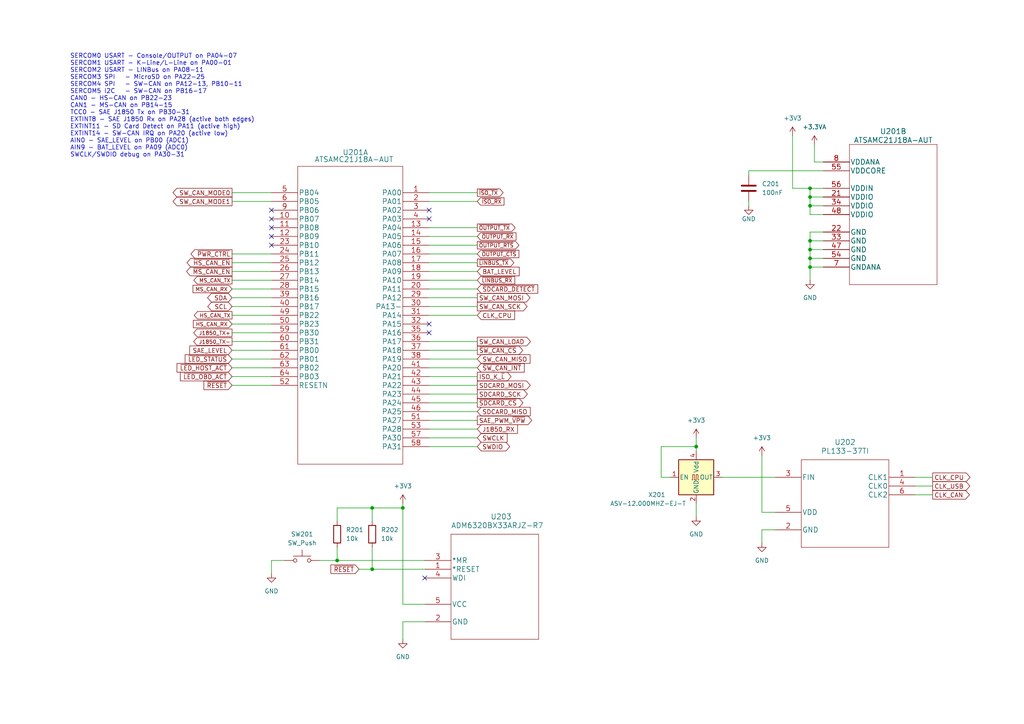
<source format=kicad_sch>
(kicad_sch (version 20211123) (generator eeschema)
  (paper "A4")
  (title_block (title "Vehicle CAN Collector") (date "2022-12-29") (rev "1") (company "Gavin Hurlbut"))
  (lib_symbols
    (symbol "Device:C" (pin_numbers hide) (pin_names (offset 0.254))
      (property "Reference" "C" (at 0.635 2.54 0))
      (property "Value" "C" (at 0.635 -2.54 0))
      (symbol "C_0_1"
        (polyline (pts (xy -2.032 -0.762) (xy 2.032 -0.762)) (stroke (width 0.508)))
        (polyline (pts (xy -2.032 0.762) (xy 2.032 0.762)) (stroke (width 0.508)))
      )
      (symbol "C_1_1"
        (pin passive line (at 0 3.81 270) (length 2.794) (name "~") (number "1"))
        (pin passive line (at 0 -3.81 90) (length 2.794) (name "~") (number "2"))
      )
    )
    (symbol "Device:R" (pin_numbers hide) (pin_names (offset 0))
      (property "Reference" "R" (at 2.032 0 90))
      (property "Value" "R" (at 0 0 90))
      (symbol "R_0_1"
        (rectangle (start -1.016 -2.54) (end 1.016 2.54) (stroke (width 0.254)))
      )
      (symbol "R_1_1"
        (pin passive line (at 0 3.81 270) (length 1.27) (name "~") (number "1"))
        (pin passive line (at 0 -3.81 90) (length 1.27) (name "~") (number "2"))
      )
    )
    (symbol "Oscillator:ASV-xxxMHz" (pin_names (offset 0.254))
      (property "Reference" "X" (at -5.08 6.35 0))
      (property "Value" "ASV-xxxMHz" (at 1.27 -6.35 0))
      (symbol "ASV-xxxMHz_0_1"
        (rectangle (start -5.08 5.08) (end 5.08 -5.08) (stroke (width 0.254)) (fill (type background)))
        (polyline (pts (xy -1.27 -0.762) (xy -1.016 -0.762) (xy -1.016 0.762) (xy -0.508 0.762) (xy -0.508 -0.762) (xy 0 -0.762) (xy 0 0.762) (xy 0.508 0.762) (xy 0.508 -0.762) (xy 0.762 -0.762)))
      )
      (symbol "ASV-xxxMHz_1_1"
        (pin input line (at -7.62 0 0) (length 2.54) (name "EN") (number "1"))
        (pin power_in line (at 0 -7.62 90) (length 2.54) (name "GND") (number "2"))
        (pin output line (at 7.62 0 180) (length 2.54) (name "OUT") (number "3"))
        (pin power_in line (at 0 7.62 270) (length 2.54) (name "Vdd") (number "4"))
      )
    )
    (symbol "Switch:SW_Push" (pin_numbers hide) (pin_names (offset 1.016) hide)
      (property "Reference" "SW" (at 1.27 2.54 0))
      (property "Value" "SW_Push" (at 0 -1.524 0))
      (symbol "SW_Push_0_1"
        (circle (center -2.032 0) (radius 0.508))
        (polyline (pts (xy 0 1.27) (xy 0 3.048)))
        (polyline (pts (xy 2.54 1.27) (xy -2.54 1.27)))
        (circle (center 2.032 0) (radius 0.508))
        (pin passive line (at -5.08 0 0) (length 2.54) (name "1") (number "1"))
        (pin passive line (at 5.08 0 180) (length 2.54) (name "2") (number "2"))
      )
    )
    (symbol "UltraLibrarian:ADM6320BX33ARJZ-R7" (pin_names (offset 0.254))
      (property "Reference" "U" (at 20.32 12.7 0))
      (property "Value" "ADM6320BX33ARJZ-R7" (at 20.32 10.16 0))
      (symbol "ADM6320BX33ARJZ-R7_1_1"
        (polyline (pts (xy 7.62 -22.86) (xy 33.02 -22.86)) (stroke (width 0.127)))
        (polyline (pts (xy 7.62 7.62) (xy 7.62 -22.86)) (stroke (width 0.127)))
        (polyline (pts (xy 33.02 -22.86) (xy 33.02 7.62)) (stroke (width 0.127)))
        (polyline (pts (xy 33.02 7.62) (xy 7.62 7.62)) (stroke (width 0.127)))
        (pin unspecified line (at 0 -2.54 0) (length 7.62) (name "*RESET") (number "1"))
        (pin unspecified line (at 0 -17.78 0) (length 7.62) (name "GND") (number "2"))
        (pin unspecified line (at 0 0 0) (length 7.62) (name "*MR") (number "3"))
        (pin unspecified line (at 0 -5.08 0) (length 7.62) (name "WDI") (number "4"))
        (pin unspecified line (at 0 -12.7 0) (length 7.62) (name "VCC") (number "5"))
      )
    )
    (symbol "UltraLibrarian:ATSAMC21J18A-AUT" (pin_names (offset 0.254))
      (property "Reference" "U" (at 22.86 12.7 0))
      (property "Value" "ATSAMC21J18A-AUT" (at 22.86 10.16 0))
      (symbol "ATSAMC21J18A-AUT_1_1"
        (polyline (pts (xy 7.62 -78.74) (xy 38.1 -78.74)) (stroke (width 0.127)))
        (polyline (pts (xy 7.62 7.62) (xy 7.62 -78.74)) (stroke (width 0.127)))
        (polyline (pts (xy 38.1 -78.74) (xy 38.1 7.62)) (stroke (width 0.127)))
        (polyline (pts (xy 38.1 7.62) (xy 7.62 7.62)) (stroke (width 0.127)))
        (pin bidirectional line (at 45.72 0 180) (length 7.62) (name "PA00") (number "1"))
        (pin bidirectional line (at 0 -7.62 0) (length 7.62) (name "PB07") (number "10"))
        (pin bidirectional line (at 0 -10.16 0) (length 7.62) (name "PB08") (number "11"))
        (pin bidirectional line (at 0 -12.7 0) (length 7.62) (name "PB09") (number "12"))
        (pin bidirectional line (at 45.72 -10.16 180) (length 7.62) (name "PA04") (number "13"))
        (pin bidirectional line (at 45.72 -12.7 180) (length 7.62) (name "PA05") (number "14"))
        (pin bidirectional line (at 45.72 -15.24 180) (length 7.62) (name "PA06") (number "15"))
        (pin bidirectional line (at 45.72 -17.78 180) (length 7.62) (name "PA07") (number "16"))
        (pin bidirectional line (at 45.72 -20.32 180) (length 7.62) (name "PA08") (number "17"))
        (pin bidirectional line (at 45.72 -22.86 180) (length 7.62) (name "PA09") (number "18"))
        (pin bidirectional line (at 45.72 -25.4 180) (length 7.62) (name "PA10") (number "19"))
        (pin bidirectional line (at 45.72 -2.54 180) (length 7.62) (name "PA01") (number "2"))
        (pin bidirectional line (at 45.72 -27.94 180) (length 7.62) (name "PA11") (number "20"))
        (pin bidirectional line (at 0 -15.24 0) (length 7.62) (name "PB10") (number "23"))
        (pin bidirectional line (at 0 -17.78 0) (length 7.62) (name "PB11") (number "24"))
        (pin bidirectional line (at 0 -20.32 0) (length 7.62) (name "PB12") (number "25"))
        (pin bidirectional line (at 0 -22.86 0) (length 7.62) (name "PB13") (number "26"))
        (pin bidirectional line (at 0 -25.4 0) (length 7.62) (name "PB14") (number "27"))
        (pin bidirectional line (at 0 -27.94 0) (length 7.62) (name "PB15") (number "28"))
        (pin bidirectional line (at 45.72 -30.48 180) (length 7.62) (name "PA12") (number "29"))
        (pin bidirectional line (at 45.72 -5.08 180) (length 7.62) (name "PA02") (number "3"))
        (pin bidirectional line (at 45.72 -33.02 180) (length 7.62) (name "PA13-") (number "30"))
        (pin bidirectional line (at 45.72 -35.56 180) (length 7.62) (name "PA14") (number "31"))
        (pin bidirectional line (at 45.72 -38.1 180) (length 7.62) (name "PA15") (number "32"))
        (pin bidirectional line (at 45.72 -40.64 180) (length 7.62) (name "PA16") (number "35"))
        (pin bidirectional line (at 45.72 -43.18 180) (length 7.62) (name "PA17") (number "36"))
        (pin bidirectional line (at 45.72 -45.72 180) (length 7.62) (name "PA18") (number "37"))
        (pin bidirectional line (at 45.72 -48.26 180) (length 7.62) (name "PA19") (number "38"))
        (pin bidirectional line (at 0 -30.48 0) (length 7.62) (name "PB16") (number "39"))
        (pin bidirectional line (at 45.72 -7.62 180) (length 7.62) (name "PA03") (number "4"))
        (pin bidirectional line (at 0 -33.02 0) (length 7.62) (name "PB17") (number "40"))
        (pin bidirectional line (at 45.72 -50.8 180) (length 7.62) (name "PA20") (number "41"))
        (pin bidirectional line (at 45.72 -53.34 180) (length 7.62) (name "PA21") (number "42"))
        (pin bidirectional line (at 45.72 -55.88 180) (length 7.62) (name "PA22") (number "43"))
        (pin bidirectional line (at 45.72 -58.42 180) (length 7.62) (name "PA23") (number "44"))
        (pin bidirectional line (at 45.72 -60.96 180) (length 7.62) (name "PA24") (number "45"))
        (pin bidirectional line (at 45.72 -63.5 180) (length 7.62) (name "PA25") (number "46"))
        (pin bidirectional line (at 0 -35.56 0) (length 7.62) (name "PB22") (number "49"))
        (pin bidirectional line (at 0 0 0) (length 7.62) (name "PB04") (number "5"))
        (pin bidirectional line (at 0 -38.1 0) (length 7.62) (name "PB23") (number "50"))
        (pin bidirectional line (at 45.72 -66.04 180) (length 7.62) (name "PA27") (number "51"))
        (pin unspecified line (at 0 -55.88 0) (length 7.62) (name "RESETN") (number "52"))
        (pin bidirectional line (at 45.72 -68.58 180) (length 7.62) (name "PA28") (number "53"))
        (pin bidirectional line (at 45.72 -71.12 180) (length 7.62) (name "PA30") (number "57"))
        (pin bidirectional line (at 45.72 -73.66 180) (length 7.62) (name "PA31") (number "58"))
        (pin bidirectional line (at 0 -40.64 0) (length 7.62) (name "PB30") (number "59"))
        (pin bidirectional line (at 0 -2.54 0) (length 7.62) (name "PB05") (number "6"))
        (pin bidirectional line (at 0 -43.18 0) (length 7.62) (name "PB31") (number "60"))
        (pin bidirectional line (at 0 -45.72 0) (length 7.62) (name "PB00") (number "61"))
        (pin bidirectional line (at 0 -48.26 0) (length 7.62) (name "PB01") (number "62"))
        (pin bidirectional line (at 0 -50.8 0) (length 7.62) (name "PB02") (number "63"))
        (pin bidirectional line (at 0 -53.34 0) (length 7.62) (name "PB03") (number "64"))
        (pin bidirectional line (at 0 -5.08 0) (length 7.62) (name "PB06") (number "9"))
      )
      (symbol "ATSAMC21J18A-AUT_2_1"
        (polyline (pts (xy 7.62 -35.56) (xy 33.02 -35.56)) (stroke (width 0.127)))
        (polyline (pts (xy 7.62 5.08) (xy 7.62 -35.56)) (stroke (width 0.127)))
        (polyline (pts (xy 33.02 -35.56) (xy 33.02 5.08)) (stroke (width 0.127)))
        (polyline (pts (xy 33.02 5.08) (xy 7.62 5.08)) (stroke (width 0.127)))
        (pin power_in line (at 0 -10.16 0) (length 7.62) (name "VDDIO") (number "21"))
        (pin power_in line (at 0 -20.32 0) (length 7.62) (name "GND") (number "22"))
        (pin power_in line (at 0 -22.86 0) (length 7.62) (name "GND") (number "33"))
        (pin power_in line (at 0 -12.7 0) (length 7.62) (name "VDDIO") (number "34"))
        (pin power_in line (at 0 -25.4 0) (length 7.62) (name "GND") (number "47"))
        (pin power_in line (at 0 -15.24 0) (length 7.62) (name "VDDIO") (number "48"))
        (pin power_in line (at 0 -27.94 0) (length 7.62) (name "GND") (number "54"))
        (pin power_in line (at 0 -2.54 0) (length 7.62) (name "VDDCORE") (number "55"))
        (pin power_in line (at 0 -7.62 0) (length 7.62) (name "VDDIN") (number "56"))
        (pin power_in line (at 0 -30.48 0) (length 7.62) (name "GNDANA") (number "7"))
        (pin power_in line (at 0 0 0) (length 7.62) (name "VDDANA") (number "8"))
      )
    )
    (symbol "UltraLibrarian:PL133-37TI" (pin_names (offset 0.254))
      (property "Reference" "U" (at 20.32 10.16 0))
      (property "Value" "PL133-37TI" (at 20.32 7.62 0))
      (symbol "PL133-37TI_1_1"
        (polyline (pts (xy 7.62 -20.32) (xy 33.02 -20.32)) (stroke (width 0.127)))
        (polyline (pts (xy 7.62 5.08) (xy 7.62 -20.32)) (stroke (width 0.127)))
        (polyline (pts (xy 33.02 -20.32) (xy 33.02 5.08)) (stroke (width 0.127)))
        (polyline (pts (xy 33.02 5.08) (xy 7.62 5.08)) (stroke (width 0.127)))
        (pin output line (at 40.64 0 180) (length 7.62) (name "CLK1") (number "1"))
        (pin power_in line (at 0 -15.24 0) (length 7.62) (name "GND") (number "2"))
        (pin input line (at 0 0 0) (length 7.62) (name "FIN") (number "3"))
        (pin output line (at 40.64 -2.54 180) (length 7.62) (name "CLK0") (number "4"))
        (pin power_in line (at 0 -10.16 0) (length 7.62) (name "VDD") (number "5"))
        (pin output line (at 40.64 -5.08 180) (length 7.62) (name "CLK2") (number "6"))
      )
    )
    (symbol "power:+3.3VA" (power) (pin_names (offset 0))
      (property "Value" "+3.3VA" (at 0 3.556 0))
      (symbol "+3.3VA_0_1"
        (polyline (pts (xy -0.762 1.27) (xy 0 2.54)))
        (polyline (pts (xy 0 0) (xy 0 2.54)))
        (polyline (pts (xy 0 2.54) (xy 0.762 1.27)))
      )
      (symbol "+3.3VA_1_1"
        (pin power_in line (at 0 0 90) (length 0) hide (name "+3.3VA") (number "1"))
      )
    )
    (symbol "power:+3V3" (power) (pin_names (offset 0))
      (property "Value" "+3V3" (at 0 3.556 0))
      (symbol "+3V3_0_1"
        (polyline (pts (xy -0.762 1.27) (xy 0 2.54)))
        (polyline (pts (xy 0 0) (xy 0 2.54)))
        (polyline (pts (xy 0 2.54) (xy 0.762 1.27)))
      )
      (symbol "+3V3_1_1"
        (pin power_in line (at 0 0 90) (length 0) hide (name "+3V3") (number "1"))
      )
    )
    (symbol "power:GND" (power) (pin_names (offset 0))
      (property "Value" "GND" (at 0 -3.81 0))
      (symbol "GND_0_1"
        (polyline (pts (xy 0 0) (xy 0 -1.27) (xy 1.27 -1.27) (xy 0 -2.54) (xy -1.27 -1.27) (xy 0 -1.27)))
      )
      (symbol "GND_1_1"
        (pin power_in line (at 0 0 270) (length 0) hide (name "GND") (number "1"))
      )
    )
  )
  (junction (at 97.79 162.56))
  (junction (at 234.95 69.85))
  (junction (at 107.95 165.1))
  (junction (at 234.95 59.69))
  (junction (at 234.95 54.61))
  (junction (at 116.84 147.32))
  (junction (at 234.95 57.15))
  (junction (at 234.95 72.39))
  (junction (at 201.93 129.54))
  (junction (at 107.95 147.32))
  (junction (at 234.95 77.47))
  (junction (at 234.95 74.93))
  (no_connect (at 78.74 66.04))
  (no_connect (at 124.46 93.98))
  (no_connect (at 124.46 96.52))
  (no_connect (at 78.74 60.96))
  (no_connect (at 78.74 68.58))
  (no_connect (at 124.46 63.5))
  (no_connect (at 123.19 167.64))
  (no_connect (at 124.46 60.96))
  (no_connect (at 78.74 63.5))
  (no_connect (at 78.74 71.12))
  (wire (pts (xy 238.76 46.99) (xy 236.22 46.99)))
  (wire (pts (xy 116.84 175.26) (xy 123.19 175.26)))
  (wire (pts (xy 123.19 180.34) (xy 116.84 180.34)))
  (wire (pts (xy 67.31 104.14) (xy 78.74 104.14)))
  (wire (pts (xy 124.46 109.22) (xy 138.43 109.22)))
  (wire (pts (xy 191.77 129.54) (xy 201.93 129.54)))
  (wire (pts (xy 265.43 138.43) (xy 270.51 138.43)))
  (wire (pts (xy 234.95 74.93) (xy 238.76 74.93)))
  (wire (pts (xy 124.46 66.04) (xy 138.43 66.04)))
  (wire (pts (xy 209.55 138.43) (xy 224.79 138.43)))
  (wire (pts (xy 220.98 132.08) (xy 220.98 148.59)))
  (wire (pts (xy 234.95 69.85) (xy 238.76 69.85)))
  (wire (pts (xy 67.31 101.6) (xy 78.74 101.6)))
  (wire (pts (xy 234.95 72.39) (xy 234.95 69.85)))
  (wire (pts (xy 234.95 77.47) (xy 234.95 74.93)))
  (wire (pts (xy 191.77 138.43) (xy 191.77 129.54)))
  (wire (pts (xy 220.98 157.48) (xy 220.98 153.67)))
  (wire (pts (xy 107.95 158.75) (xy 107.95 165.1)))
  (wire (pts (xy 97.79 147.32) (xy 97.79 151.13)))
  (wire (pts (xy 234.95 81.28) (xy 234.95 77.47)))
  (wire (pts (xy 123.19 162.56) (xy 97.79 162.56)))
  (wire (pts (xy 124.46 101.6) (xy 138.43 101.6)))
  (wire (pts (xy 217.17 49.53) (xy 238.76 49.53)))
  (wire (pts (xy 124.46 106.68) (xy 138.43 106.68)))
  (wire (pts (xy 107.95 147.32) (xy 97.79 147.32)))
  (wire (pts (xy 234.95 54.61) (xy 238.76 54.61)))
  (wire (pts (xy 124.46 91.44) (xy 138.43 91.44)))
  (wire (pts (xy 67.31 91.44) (xy 78.74 91.44)))
  (wire (pts (xy 234.95 62.23) (xy 238.76 62.23)))
  (wire (pts (xy 124.46 121.92) (xy 138.43 121.92)))
  (wire (pts (xy 124.46 68.58) (xy 138.43 68.58)))
  (wire (pts (xy 67.31 83.82) (xy 78.74 83.82)))
  (wire (pts (xy 124.46 76.2) (xy 138.43 76.2)))
  (wire (pts (xy 234.95 77.47) (xy 238.76 77.47)))
  (wire (pts (xy 67.31 109.22) (xy 78.74 109.22)))
  (wire (pts (xy 92.71 162.56) (xy 97.79 162.56)))
  (wire (pts (xy 123.19 165.1) (xy 107.95 165.1)))
  (wire (pts (xy 234.95 72.39) (xy 238.76 72.39)))
  (wire (pts (xy 67.31 81.28) (xy 78.74 81.28)))
  (wire (pts (xy 229.87 39.37) (xy 229.87 54.61)))
  (wire (pts (xy 124.46 78.74) (xy 138.43 78.74)))
  (wire (pts (xy 234.95 69.85) (xy 234.95 67.31)))
  (wire (pts (xy 234.95 74.93) (xy 234.95 72.39)))
  (wire (pts (xy 97.79 162.56) (xy 97.79 158.75)))
  (wire (pts (xy 217.17 58.42) (xy 217.17 59.69)))
  (wire (pts (xy 124.46 129.54) (xy 138.43 129.54)))
  (wire (pts (xy 265.43 143.51) (xy 270.51 143.51)))
  (wire (pts (xy 124.46 86.36) (xy 138.43 86.36)))
  (wire (pts (xy 116.84 180.34) (xy 116.84 185.42)))
  (wire (pts (xy 234.95 67.31) (xy 238.76 67.31)))
  (wire (pts (xy 67.31 78.74) (xy 78.74 78.74)))
  (wire (pts (xy 116.84 147.32) (xy 116.84 175.26)))
  (wire (pts (xy 236.22 46.99) (xy 236.22 41.91)))
  (wire (pts (xy 265.43 140.97) (xy 270.51 140.97)))
  (wire (pts (xy 67.31 111.76) (xy 78.74 111.76)))
  (wire (pts (xy 234.95 54.61) (xy 234.95 57.15)))
  (wire (pts (xy 201.93 129.54) (xy 201.93 130.81)))
  (wire (pts (xy 124.46 111.76) (xy 138.43 111.76)))
  (wire (pts (xy 78.74 162.56) (xy 82.55 162.56)))
  (wire (pts (xy 220.98 148.59) (xy 224.79 148.59)))
  (wire (pts (xy 234.95 57.15) (xy 234.95 59.69)))
  (wire (pts (xy 124.46 83.82) (xy 138.43 83.82)))
  (wire (pts (xy 78.74 166.37) (xy 78.74 162.56)))
  (wire (pts (xy 67.31 106.68) (xy 78.74 106.68)))
  (wire (pts (xy 67.31 73.66) (xy 78.74 73.66)))
  (wire (pts (xy 67.31 55.88) (xy 78.74 55.88)))
  (wire (pts (xy 67.31 86.36) (xy 78.74 86.36)))
  (wire (pts (xy 124.46 116.84) (xy 138.43 116.84)))
  (wire (pts (xy 124.46 119.38) (xy 138.43 119.38)))
  (wire (pts (xy 220.98 153.67) (xy 224.79 153.67)))
  (wire (pts (xy 107.95 151.13) (xy 107.95 147.32)))
  (wire (pts (xy 124.46 114.3) (xy 138.43 114.3)))
  (wire (pts (xy 124.46 81.28) (xy 138.43 81.28)))
  (wire (pts (xy 234.95 57.15) (xy 238.76 57.15)))
  (wire (pts (xy 124.46 127) (xy 138.43 127)))
  (wire (pts (xy 124.46 73.66) (xy 138.43 73.66)))
  (wire (pts (xy 124.46 124.46) (xy 138.43 124.46)))
  (wire (pts (xy 124.46 55.88) (xy 138.43 55.88)))
  (wire (pts (xy 124.46 58.42) (xy 138.43 58.42)))
  (wire (pts (xy 217.17 49.53) (xy 217.17 50.8)))
  (wire (pts (xy 124.46 71.12) (xy 138.43 71.12)))
  (wire (pts (xy 116.84 146.05) (xy 116.84 147.32)))
  (wire (pts (xy 229.87 54.61) (xy 234.95 54.61)))
  (wire (pts (xy 201.93 146.05) (xy 201.93 149.86)))
  (wire (pts (xy 234.95 59.69) (xy 234.95 62.23)))
  (wire (pts (xy 67.31 99.06) (xy 78.74 99.06)))
  (wire (pts (xy 67.31 76.2) (xy 78.74 76.2)))
  (wire (pts (xy 67.31 58.42) (xy 78.74 58.42)))
  (wire (pts (xy 201.93 129.54) (xy 201.93 127)))
  (wire (pts (xy 67.31 88.9) (xy 78.74 88.9)))
  (wire (pts (xy 124.46 99.06) (xy 138.43 99.06)))
  (wire (pts (xy 67.31 93.98) (xy 78.74 93.98)))
  (wire (pts (xy 104.14 165.1) (xy 107.95 165.1)))
  (wire (pts (xy 234.95 59.69) (xy 238.76 59.69)))
  (wire (pts (xy 107.95 147.32) (xy 116.84 147.32)))
  (wire (pts (xy 194.31 138.43) (xy 191.77 138.43)))
  (wire (pts (xy 67.31 96.52) (xy 78.74 96.52)))
  (wire (pts (xy 124.46 88.9) (xy 138.43 88.9)))
  (wire (pts (xy 124.46 104.14) (xy 138.43 104.14)))
  (text "SERCOM0 USART - Console/OUTPUT on PA04-07\nSERCOM1 USART - K-Line/L-Line on PA00-01\nSERCOM2 USART - LINBus on PA08-11\nSERCOM3 SPI   - MicroSD on PA22-25\nSERCOM4 SPI   - SW-CAN on PA12-13, PB10-11\nSERCOM5 I2C   - SW-CAN on PB16-17\nCAN0 - HS-CAN on PB22-23\nCAN1 - MS-CAN on PB14-15\nTCC0 - SAE J1850 Tx on PB30-31\nEXTINT8 - SAE J1850 Rx on PA28 (active both edges)\nEXTINT11 - SD Card Detect on PA11 (active high)\nEXTINT14 - SW-CAN IRQ on PA20 (active low)\nAIN0 - SAE_LEVEL on PB00 (ADC1)\nAIN9 - BAT_LEVEL on PA09 (ADC0)\nSWCLK/SWDIO debug on PA30-31" (at 20.32 45.72 0) (effects (font (size 1.27 1.27)) (justify left bottom)))
  (global_label "J1850_RX" (shape input) (at 138.43 124.46 0) (property "Intersheet References" "${INTERSHEET_REFS}" (effects hide)))
  (global_label "CLK_CPU" (shape input) (at 138.43 91.44 0) (property "Intersheet References" "${INTERSHEET_REFS}" (effects hide)))
  (global_label "~{OUTPUT_RTS}" (shape output) (at 138.43 71.12 0) (effects (font (size 1.0922 1.0922))) (property "Intersheet References" "${INTERSHEET_REFS}" (effects hide)))
  (global_label "~{RESET}" (shape input) (at 104.14 165.1 180) (property "Intersheet References" "${INTERSHEET_REFS}" (effects hide)))
  (global_label "SWCLK" (shape input) (at 138.43 127 0) (property "Intersheet References" "${INTERSHEET_REFS}" (effects hide)))
  (global_label "SW_CAN_MISO" (shape input) (at 138.43 104.14 0) (property "Intersheet References" "${INTERSHEET_REFS}" (effects hide)))
  (global_label "HS_CAN_TX" (shape output) (at 67.31 91.44 180) (effects (font (size 1.0922 1.0922))) (property "Intersheet References" "${INTERSHEET_REFS}" (effects hide)))
  (global_label "CLK_CAN" (shape output) (at 270.51 143.51 0) (property "Intersheet References" "${INTERSHEET_REFS}" (effects hide)))
  (global_label "~{OUTPUT_TX}" (shape output) (at 138.43 66.04 0) (effects (font (size 1.0922 1.0922))) (property "Intersheet References" "${INTERSHEET_REFS}" (effects hide)))
  (global_label "SAE_LEVEL" (shape input) (at 67.31 101.6 180) (property "Intersheet References" "${INTERSHEET_REFS}" (effects hide)))
  (global_label "CLK_USB" (shape output) (at 270.51 140.97 0) (property "Intersheet References" "${INTERSHEET_REFS}" (effects hide)))
  (global_label "SCL" (shape bidirectional) (at 67.31 88.9 180) (property "Intersheet References" "${INTERSHEET_REFS}" (effects hide)))
  (global_label "SDCARD_MISO" (shape input) (at 138.43 119.38 0) (property "Intersheet References" "${INTERSHEET_REFS}" (effects hide)))
  (global_label "SDCARD_SCK" (shape output) (at 138.43 114.3 0) (property "Intersheet References" "${INTERSHEET_REFS}" (effects hide)))
  (global_label "SDCARD_MOSI" (shape output) (at 138.43 111.76 0) (property "Intersheet References" "${INTERSHEET_REFS}" (effects hide)))
  (global_label "~{MS_CAN_EN}" (shape output) (at 67.31 78.74 180) (property "Intersheet References" "${INTERSHEET_REFS}" (effects hide)))
  (global_label "SW_CAN_MODE1" (shape output) (at 67.31 58.42 180) (property "Intersheet References" "${INTERSHEET_REFS}" (effects hide)))
  (global_label "MS_CAN_TX" (shape output) (at 67.31 81.28 180) (effects (font (size 1.0922 1.0922))) (property "Intersheet References" "${INTERSHEET_REFS}" (effects hide)))
  (global_label "~{ISO_RX}" (shape input) (at 138.43 58.42 0) (effects (font (size 1.0922 1.0922))) (property "Intersheet References" "${INTERSHEET_REFS}" (effects hide)))
  (global_label "SW_CAN_MOSI" (shape output) (at 138.43 86.36 0) (property "Intersheet References" "${INTERSHEET_REFS}" (effects hide)))
  (global_label "~{SW_CAN_CS}" (shape output) (at 138.43 101.6 0) (property "Intersheet References" "${INTERSHEET_REFS}" (effects hide)))
  (global_label "J1850_TX-" (shape output) (at 67.31 99.06 180) (effects (font (size 1.0922 1.0922))) (property "Intersheet References" "${INTERSHEET_REFS}" (effects hide)))
  (global_label "~{LINBUS_RX}" (shape input) (at 138.43 81.28 0) (effects (font (size 1.0922 1.0922))) (property "Intersheet References" "${INTERSHEET_REFS}" (effects hide)))
  (global_label "SW_CAN_LOAD" (shape output) (at 138.43 99.06 0) (property "Intersheet References" "${INTERSHEET_REFS}" (effects hide)))
  (global_label "~{OUTPUT_RX}" (shape input) (at 138.43 68.58 0) (effects (font (size 1.0922 1.0922))) (property "Intersheet References" "${INTERSHEET_REFS}" (effects hide)))
  (global_label "SW_CAN_MODE0" (shape output) (at 67.31 55.88 180) (property "Intersheet References" "${INTERSHEET_REFS}" (effects hide)))
  (global_label "~{RESET}" (shape input) (at 67.31 111.76 180) (property "Intersheet References" "${INTERSHEET_REFS}" (effects hide)))
  (global_label "SW_CAN_SCK" (shape output) (at 138.43 88.9 0) (property "Intersheet References" "${INTERSHEET_REFS}" (effects hide)))
  (global_label "MS_CAN_RX" (shape input) (at 67.31 83.82 180) (effects (font (size 1.0922 1.0922))) (property "Intersheet References" "${INTERSHEET_REFS}" (effects hide)))
  (global_label "SDA" (shape bidirectional) (at 67.31 86.36 180) (property "Intersheet References" "${INTERSHEET_REFS}" (effects hide)))
  (global_label "~{SW_CAN_INT}" (shape input) (at 138.43 106.68 0) (property "Intersheet References" "${INTERSHEET_REFS}" (effects hide)))
  (global_label "~{LED_HOST_ACT}" (shape input) (at 67.31 106.68 180) (property "Intersheet References" "${INTERSHEET_REFS}" (effects hide)))
  (global_label "~{HS_CAN_EN}" (shape output) (at 67.31 76.2 180) (property "Intersheet References" "${INTERSHEET_REFS}" (effects hide)))
  (global_label "~{SDCARD_DETECT}" (shape input) (at 138.43 83.82 0) (property "Intersheet References" "${INTERSHEET_REFS}" (effects hide)))
  (global_label "~{ISO_TX}" (shape output) (at 138.43 55.88 0) (effects (font (size 1.0922 1.0922))) (property "Intersheet References" "${INTERSHEET_REFS}" (effects hide)))
  (global_label "ISO_K_~{L}" (shape output) (at 138.43 109.22 0) (property "Intersheet References" "${INTERSHEET_REFS}" (effects hide)))
  (global_label "~{LED_OBD_ACT}" (shape input) (at 67.31 109.22 180) (property "Intersheet References" "${INTERSHEET_REFS}" (effects hide)))
  (global_label "HS_CAN_RX" (shape input) (at 67.31 93.98 180) (effects (font (size 1.0922 1.0922))) (property "Intersheet References" "${INTERSHEET_REFS}" (effects hide)))
  (global_label "J1850_TX+" (shape output) (at 67.31 96.52 180) (effects (font (size 1.0922 1.0922))) (property "Intersheet References" "${INTERSHEET_REFS}" (effects hide)))
  (global_label "~{OUTPUT_CTS}" (shape input) (at 138.43 73.66 0) (effects (font (size 1.0922 1.0922))) (property "Intersheet References" "${INTERSHEET_REFS}" (effects hide)))
  (global_label "SWDIO" (shape bidirectional) (at 138.43 129.54 0) (property "Intersheet References" "${INTERSHEET_REFS}" (effects hide)))
  (global_label "~{LINBUS_TX}" (shape output) (at 138.43 76.2 0) (effects (font (size 1.0922 1.0922))) (property "Intersheet References" "${INTERSHEET_REFS}" (effects hide)))
  (global_label "CLK_CPU" (shape output) (at 270.51 138.43 0) (property "Intersheet References" "${INTERSHEET_REFS}" (effects hide)))
  (global_label "BAT_LEVEL" (shape input) (at 138.43 78.74 0) (property "Intersheet References" "${INTERSHEET_REFS}" (effects hide)))
  (global_label "~{SDCARD_CS}" (shape output) (at 138.43 116.84 0) (property "Intersheet References" "${INTERSHEET_REFS}" (effects hide)))
  (global_label "SAE_PWM_~{VPW}" (shape output) (at 138.43 121.92 0) (property "Intersheet References" "${INTERSHEET_REFS}" (effects hide)))
  (global_label "~{PWR_CTRL}" (shape output) (at 67.31 73.66 180) (property "Intersheet References" "${INTERSHEET_REFS}" (effects hide)))
  (global_label "~{LED_STATUS}" (shape input) (at 67.31 104.14 180) (property "Intersheet References" "${INTERSHEET_REFS}" (effects hide)))
  (symbol (lib_id "Device:R") (at 97.79 154.94 0) (unit 1)
    (property "Reference" "R201" (at 100.33 153.6699 0) (effects (justify left)))
    (property "Value" "10k" (at 100.33 156.2099 0) (effects (justify left)))
    (property "Footprint" "Resistor_SMD:R_0805_2012Metric_Pad1.20x1.40mm_HandSolder" (effects hide))
  )
  (symbol (lib_id "power:GND") (at 78.74 166.37 0) (unit 1)
    (property "Reference" "#PWR0212" (effects hide))
    (property "Value" "GND" (at 78.74 171.45 0))
  )
  (symbol (lib_id "power:+3V3") (at 116.84 146.05 0) (unit 1)
    (property "Reference" "#PWR0209" (effects hide))
    (property "Value" "+3V3" (at 116.84 140.97 0))
  )
  (symbol (lib_id "UltraLibrarian:ATSAMC21J18A-AUT") (at 78.74 55.88 0) (unit 1)
    (property "Reference" "U201" (at 99.314 44.196 0) (effects (font (size 1.524 1.524)) (justify left)))
    (property "Value" "ATSAMC21J18A-AUT" (at 91.186 46.228 0) (effects (font (size 1.524 1.524)) (justify left)))
    (property "Footprint" "UltraLibrarian:ATSAMC21J18A-AUT" (effects hide))
  )
  (symbol (lib_id "UltraLibrarian:ATSAMC21J18A-AUT") (at 238.76 46.99 0) (unit 2)
    (property "Reference" "U201" (at 259.08 38.1 0) (effects (font (size 1.524 1.524))))
    (property "Value" "ATSAMC21J18A-AUT" (at 259.08 40.64 0) (effects (font (size 1.524 1.524))))
    (property "Footprint" "UltraLibrarian:ATSAMC21J18A-AUT" (effects hide))
  )
  (symbol (lib_id "Oscillator:ASV-xxxMHz") (at 201.93 138.43 0) (unit 1)
    (property "Reference" "X201" (at 190.5 143.51 0))
    (property "Value" "ASV-12.000MHZ-EJ-T" (at 187.96 146.05 0))
    (property "Footprint" "Oscillator:Oscillator_SMD_Abracon_ASV-4Pin_7.0x5.1mm" (effects hide))
    (property "Datasheet" "http://www.abracon.com/Oscillators/ASV.pdf" (effects hide))
  )
  (symbol (lib_id "power:GND") (at 217.17 59.69 0) (unit 1)
    (property "Reference" "#PWR0203" (effects hide))
    (property "Value" "GND" (at 217.17 63.5 0))
  )
  (symbol (lib_id "UltraLibrarian:PL133-37TI") (at 224.79 138.43 0) (unit 1)
    (property "Reference" "U202" (at 245.11 128.27 0) (effects (font (size 1.524 1.524))))
    (property "Value" "PL133-37TI" (at 245.11 130.81 0) (effects (font (size 1.524 1.524))))
    (property "Footprint" "UltraLibrarian:PL133-37TI" (effects hide))
  )
  (symbol (lib_id "power:+3V3") (at 201.93 127 0) (unit 1)
    (property "Reference" "#PWR0207" (effects hide))
    (property "Value" "+3V3" (at 201.93 121.92 0))
  )
  (symbol (lib_id "Device:C") (at 217.17 54.61 0) (unit 1)
    (property "Reference" "C201" (at 220.98 53.3399 0) (effects (justify left)))
    (property "Value" "100nF" (at 220.98 55.8799 0) (effects (justify left)))
    (property "Footprint" "Capacitor_SMD:C_0805_2012Metric_Pad1.18x1.45mm_HandSolder" (effects hide))
  )
  (symbol (lib_id "power:GND") (at 234.95 81.28 0) (unit 1)
    (property "Reference" "#PWR0206" (effects hide))
    (property "Value" "GND" (at 234.95 86.36 0))
  )
  (symbol (lib_id "power:+3V3") (at 220.98 132.08 0) (unit 1)
    (property "Reference" "#PWR0208" (effects hide))
    (property "Value" "+3V3" (at 220.98 127 0))
  )
  (symbol (lib_id "Device:R") (at 107.95 154.94 0) (unit 1)
    (property "Reference" "R202" (at 110.49 153.6699 0) (effects (justify left)))
    (property "Value" "10k" (at 110.49 156.2099 0) (effects (justify left)))
    (property "Footprint" "Resistor_SMD:R_0805_2012Metric_Pad1.20x1.40mm_HandSolder" (effects hide))
  )
  (symbol (lib_id "power:GND") (at 220.98 157.48 0) (unit 1)
    (property "Reference" "#PWR0211" (effects hide))
    (property "Value" "GND" (at 220.98 162.56 0))
  )
  (symbol (lib_id "UltraLibrarian:ADM6320BX33ARJZ-R7") (at 123.19 162.56 0) (unit 1)
    (property "Reference" "U203" (at 142.24 149.86 0) (effects (font (size 1.524 1.524)) (justify left)))
    (property "Value" "ADM6320BX33ARJZ-R7" (at 130.81 152.4 0) (effects (font (size 1.524 1.524)) (justify left)))
    (property "Footprint" "UltraLibrarian:ADM6320BX33ARJZ-R7" (effects hide))
  )
  (symbol (lib_id "power:GND") (at 116.84 185.42 0) (unit 1)
    (property "Reference" "#PWR0213" (effects hide))
    (property "Value" "GND" (at 116.84 190.5 0))
  )
  (symbol (lib_id "power:+3V3") (at 229.87 39.37 0) (unit 1)
    (property "Reference" "#PWR0201" (effects hide))
    (property "Value" "+3V3" (at 229.87 34.29 0))
  )
  (symbol (lib_id "power:GND") (at 201.93 149.86 0) (unit 1)
    (property "Reference" "#PWR0210" (effects hide))
    (property "Value" "GND" (at 201.93 154.94 0))
  )
  (symbol (lib_id "power:+3.3VA") (at 236.22 41.91 0) (unit 1)
    (property "Reference" "#PWR0202" (effects hide))
    (property "Value" "+3.3VA" (at 236.22 36.83 0))
  )
  (symbol (lib_id "Switch:SW_Push") (at 87.63 162.56 0) (unit 1)
    (property "Reference" "SW201" (at 87.63 154.94 0))
    (property "Value" "SW_Push" (at 87.63 157.48 0))
    (property "Footprint" "Button_Switch_THT:SW_PUSH_6mm" (effects hide))
  )
)
</source>
